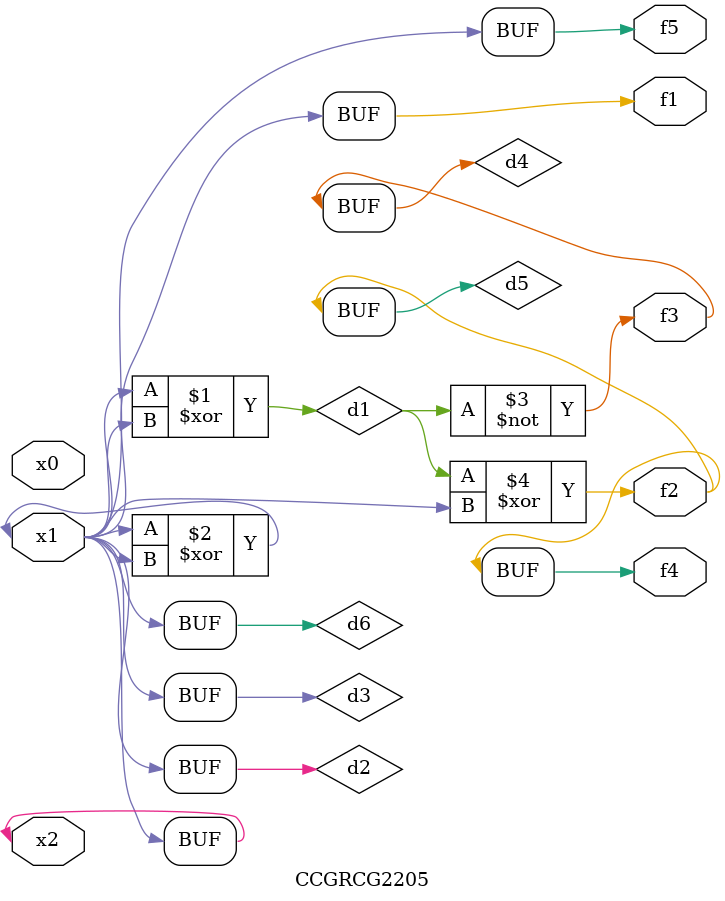
<source format=v>
module CCGRCG2205(
	input x0, x1, x2,
	output f1, f2, f3, f4, f5
);

	wire d1, d2, d3, d4, d5, d6;

	xor (d1, x1, x2);
	buf (d2, x1, x2);
	xor (d3, x1, x2);
	nor (d4, d1);
	xor (d5, d1, d2);
	buf (d6, d2, d3);
	assign f1 = d6;
	assign f2 = d5;
	assign f3 = d4;
	assign f4 = d5;
	assign f5 = d6;
endmodule

</source>
